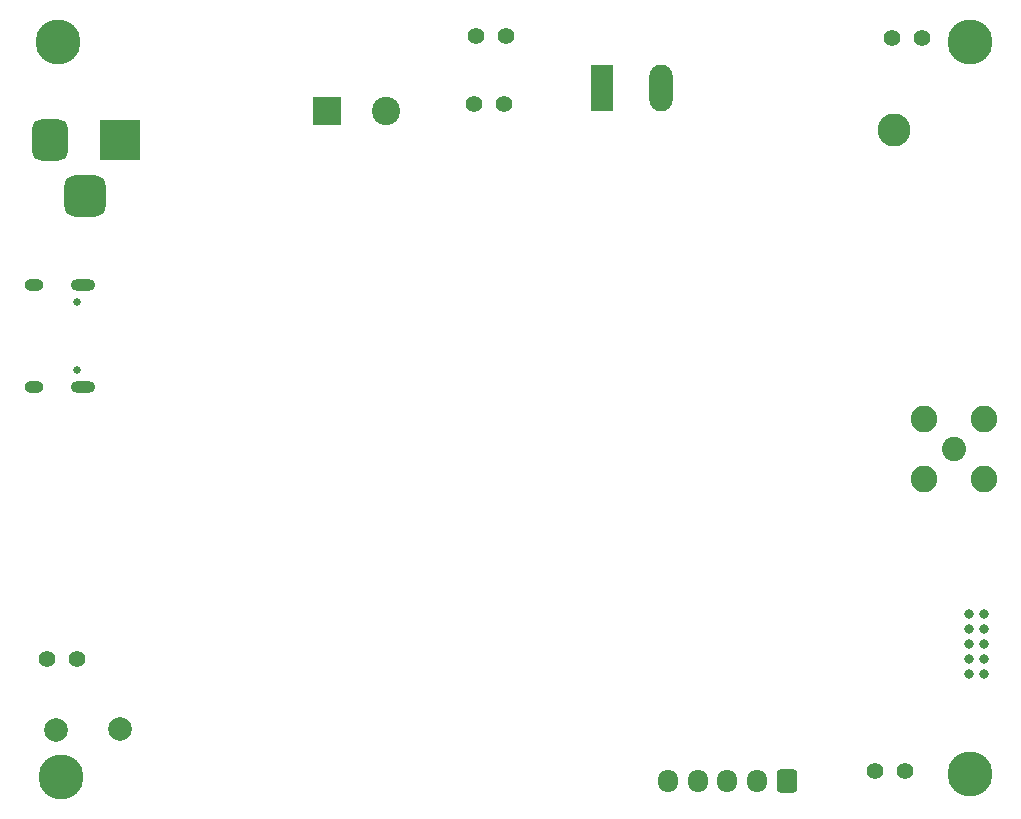
<source format=gbr>
%TF.GenerationSoftware,KiCad,Pcbnew,(6.0.0)*%
%TF.CreationDate,2022-01-26T17:49:50-05:00*%
%TF.ProjectId,aether,61657468-6572-42e6-9b69-6361645f7063,1*%
%TF.SameCoordinates,Original*%
%TF.FileFunction,Soldermask,Bot*%
%TF.FilePolarity,Negative*%
%FSLAX46Y46*%
G04 Gerber Fmt 4.6, Leading zero omitted, Abs format (unit mm)*
G04 Created by KiCad (PCBNEW (6.0.0)) date 2022-01-26 17:49:50*
%MOMM*%
%LPD*%
G01*
G04 APERTURE LIST*
G04 Aperture macros list*
%AMRoundRect*
0 Rectangle with rounded corners*
0 $1 Rounding radius*
0 $2 $3 $4 $5 $6 $7 $8 $9 X,Y pos of 4 corners*
0 Add a 4 corners polygon primitive as box body*
4,1,4,$2,$3,$4,$5,$6,$7,$8,$9,$2,$3,0*
0 Add four circle primitives for the rounded corners*
1,1,$1+$1,$2,$3*
1,1,$1+$1,$4,$5*
1,1,$1+$1,$6,$7*
1,1,$1+$1,$8,$9*
0 Add four rect primitives between the rounded corners*
20,1,$1+$1,$2,$3,$4,$5,0*
20,1,$1+$1,$4,$5,$6,$7,0*
20,1,$1+$1,$6,$7,$8,$9,0*
20,1,$1+$1,$8,$9,$2,$3,0*%
G04 Aperture macros list end*
%ADD10C,2.600000*%
%ADD11C,3.800000*%
%ADD12C,1.400000*%
%ADD13R,1.980000X3.960000*%
%ADD14O,1.980000X3.960000*%
%ADD15C,2.800000*%
%ADD16RoundRect,0.250000X0.600000X0.725000X-0.600000X0.725000X-0.600000X-0.725000X0.600000X-0.725000X0*%
%ADD17O,1.700000X1.950000*%
%ADD18C,2.000000*%
%ADD19R,2.400000X2.400000*%
%ADD20C,2.400000*%
%ADD21C,0.650000*%
%ADD22O,1.600000X1.000000*%
%ADD23O,2.100000X1.000000*%
%ADD24C,0.812800*%
%ADD25R,3.500000X3.500000*%
%ADD26RoundRect,0.750000X-0.750000X-1.000000X0.750000X-1.000000X0.750000X1.000000X-0.750000X1.000000X0*%
%ADD27RoundRect,0.875000X-0.875000X-0.875000X0.875000X-0.875000X0.875000X0.875000X-0.875000X0.875000X0*%
%ADD28C,2.050000*%
%ADD29C,2.250000*%
G04 APERTURE END LIST*
D10*
%TO.C,H2*%
X119380000Y-135128000D03*
D11*
X119380000Y-135128000D03*
%TD*%
D12*
%TO.C,USB5V1*%
X118130000Y-125095000D03*
X120670000Y-125095000D03*
%TD*%
D13*
%TO.C,10k1*%
X165179800Y-76758800D03*
D14*
X170179800Y-76758800D03*
%TD*%
D12*
%TO.C,DC_Input2*%
X154305000Y-78105000D03*
X156845000Y-78105000D03*
%TD*%
D15*
%TO.C,TP1*%
X189839600Y-80365600D03*
%TD*%
D16*
%TO.C,PMSensor1*%
X180768000Y-135428000D03*
D17*
X178268000Y-135428000D03*
X175768000Y-135428000D03*
X173268000Y-135428000D03*
X170768000Y-135428000D03*
%TD*%
D12*
%TO.C,5V_Test1*%
X188234000Y-134620000D03*
X190774000Y-134620000D03*
%TD*%
D18*
%TO.C,D+1*%
X124358400Y-131064000D03*
%TD*%
D10*
%TO.C,H4*%
X119126000Y-72898000D03*
D11*
X119126000Y-72898000D03*
%TD*%
D18*
%TO.C,D-1*%
X118922800Y-131114800D03*
%TD*%
D19*
%TO.C,C1*%
X141829785Y-78740000D03*
D20*
X146829785Y-78740000D03*
%TD*%
D12*
%TO.C,3.3V_Test1*%
X157022800Y-72390000D03*
X154482800Y-72390000D03*
%TD*%
D11*
%TO.C,H1*%
X196342000Y-134874000D03*
D10*
X196342000Y-134874000D03*
%TD*%
D12*
%TO.C,Li-Batt1*%
X189707200Y-72593200D03*
X192247200Y-72593200D03*
%TD*%
D21*
%TO.C,J1*%
X120715000Y-100680000D03*
X120715000Y-94900000D03*
D22*
X117035000Y-102110000D03*
D23*
X121215000Y-93470000D03*
D22*
X117035000Y-93470000D03*
D23*
X121215000Y-102110000D03*
%TD*%
D24*
%TO.C,J2*%
X196215000Y-121285000D03*
X197485000Y-121285000D03*
X196215000Y-122555000D03*
X197485000Y-122555000D03*
X196215000Y-123825000D03*
X197475000Y-123825000D03*
X196215000Y-125095000D03*
X197485000Y-125095000D03*
X196215000Y-126365000D03*
X197485000Y-126365000D03*
%TD*%
D25*
%TO.C,DC_Input1*%
X124374589Y-81220310D03*
D26*
X118374589Y-81220310D03*
D27*
X121374589Y-85920310D03*
%TD*%
D28*
%TO.C,AE1*%
X194945000Y-107315000D03*
D29*
X197485000Y-104775000D03*
X192405000Y-104775000D03*
X197485000Y-109855000D03*
X192405000Y-109855000D03*
%TD*%
D10*
%TO.C,H3*%
X196342000Y-72898000D03*
D11*
X196342000Y-72898000D03*
%TD*%
M02*

</source>
